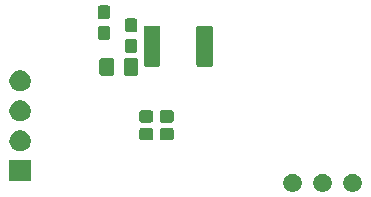
<source format=gbr>
G04 #@! TF.GenerationSoftware,KiCad,Pcbnew,5.1.5+dfsg1-2build2*
G04 #@! TF.CreationDate,2021-10-19T23:33:07+01:00*
G04 #@! TF.ProjectId,radiation_sensor,72616469-6174-4696-9f6e-5f73656e736f,rev?*
G04 #@! TF.SameCoordinates,Original*
G04 #@! TF.FileFunction,Soldermask,Bot*
G04 #@! TF.FilePolarity,Negative*
%FSLAX46Y46*%
G04 Gerber Fmt 4.6, Leading zero omitted, Abs format (unit mm)*
G04 Created by KiCad (PCBNEW 5.1.5+dfsg1-2build2) date 2021-10-19 23:33:07*
%MOMM*%
%LPD*%
G04 APERTURE LIST*
%ADD10C,0.100000*%
G04 APERTURE END LIST*
D10*
G36*
X151175589Y-72988876D02*
G01*
X151274893Y-73008629D01*
X151415206Y-73066748D01*
X151541484Y-73151125D01*
X151648875Y-73258516D01*
X151733252Y-73384794D01*
X151791371Y-73525107D01*
X151821000Y-73674063D01*
X151821000Y-73825937D01*
X151791371Y-73974893D01*
X151733252Y-74115206D01*
X151648875Y-74241484D01*
X151541484Y-74348875D01*
X151415206Y-74433252D01*
X151274893Y-74491371D01*
X151175589Y-74511124D01*
X151125938Y-74521000D01*
X150974062Y-74521000D01*
X150924411Y-74511124D01*
X150825107Y-74491371D01*
X150684794Y-74433252D01*
X150558516Y-74348875D01*
X150451125Y-74241484D01*
X150366748Y-74115206D01*
X150308629Y-73974893D01*
X150279000Y-73825937D01*
X150279000Y-73674063D01*
X150308629Y-73525107D01*
X150366748Y-73384794D01*
X150451125Y-73258516D01*
X150558516Y-73151125D01*
X150684794Y-73066748D01*
X150825107Y-73008629D01*
X150924411Y-72988876D01*
X150974062Y-72979000D01*
X151125938Y-72979000D01*
X151175589Y-72988876D01*
G37*
G36*
X146095589Y-72988876D02*
G01*
X146194893Y-73008629D01*
X146335206Y-73066748D01*
X146461484Y-73151125D01*
X146568875Y-73258516D01*
X146653252Y-73384794D01*
X146711371Y-73525107D01*
X146741000Y-73674063D01*
X146741000Y-73825937D01*
X146711371Y-73974893D01*
X146653252Y-74115206D01*
X146568875Y-74241484D01*
X146461484Y-74348875D01*
X146335206Y-74433252D01*
X146194893Y-74491371D01*
X146095589Y-74511124D01*
X146045938Y-74521000D01*
X145894062Y-74521000D01*
X145844411Y-74511124D01*
X145745107Y-74491371D01*
X145604794Y-74433252D01*
X145478516Y-74348875D01*
X145371125Y-74241484D01*
X145286748Y-74115206D01*
X145228629Y-73974893D01*
X145199000Y-73825937D01*
X145199000Y-73674063D01*
X145228629Y-73525107D01*
X145286748Y-73384794D01*
X145371125Y-73258516D01*
X145478516Y-73151125D01*
X145604794Y-73066748D01*
X145745107Y-73008629D01*
X145844411Y-72988876D01*
X145894062Y-72979000D01*
X146045938Y-72979000D01*
X146095589Y-72988876D01*
G37*
G36*
X148635589Y-72988876D02*
G01*
X148734893Y-73008629D01*
X148875206Y-73066748D01*
X149001484Y-73151125D01*
X149108875Y-73258516D01*
X149193252Y-73384794D01*
X149251371Y-73525107D01*
X149281000Y-73674063D01*
X149281000Y-73825937D01*
X149251371Y-73974893D01*
X149193252Y-74115206D01*
X149108875Y-74241484D01*
X149001484Y-74348875D01*
X148875206Y-74433252D01*
X148734893Y-74491371D01*
X148635589Y-74511124D01*
X148585938Y-74521000D01*
X148434062Y-74521000D01*
X148384411Y-74511124D01*
X148285107Y-74491371D01*
X148144794Y-74433252D01*
X148018516Y-74348875D01*
X147911125Y-74241484D01*
X147826748Y-74115206D01*
X147768629Y-73974893D01*
X147739000Y-73825937D01*
X147739000Y-73674063D01*
X147768629Y-73525107D01*
X147826748Y-73384794D01*
X147911125Y-73258516D01*
X148018516Y-73151125D01*
X148144794Y-73066748D01*
X148285107Y-73008629D01*
X148384411Y-72988876D01*
X148434062Y-72979000D01*
X148585938Y-72979000D01*
X148635589Y-72988876D01*
G37*
G36*
X123801000Y-73651000D02*
G01*
X121999000Y-73651000D01*
X121999000Y-71849000D01*
X123801000Y-71849000D01*
X123801000Y-73651000D01*
G37*
G36*
X123013512Y-69313927D02*
G01*
X123162812Y-69343624D01*
X123326784Y-69411544D01*
X123474354Y-69510147D01*
X123599853Y-69635646D01*
X123698456Y-69783216D01*
X123766376Y-69947188D01*
X123787223Y-70051995D01*
X123800123Y-70116847D01*
X123801000Y-70121259D01*
X123801000Y-70298741D01*
X123766376Y-70472812D01*
X123698456Y-70636784D01*
X123599853Y-70784354D01*
X123474354Y-70909853D01*
X123326784Y-71008456D01*
X123162812Y-71076376D01*
X123013512Y-71106073D01*
X122988742Y-71111000D01*
X122811258Y-71111000D01*
X122786488Y-71106073D01*
X122637188Y-71076376D01*
X122473216Y-71008456D01*
X122325646Y-70909853D01*
X122200147Y-70784354D01*
X122101544Y-70636784D01*
X122033624Y-70472812D01*
X121999000Y-70298741D01*
X121999000Y-70121259D01*
X121999878Y-70116847D01*
X122012777Y-70051995D01*
X122033624Y-69947188D01*
X122101544Y-69783216D01*
X122200147Y-69635646D01*
X122325646Y-69510147D01*
X122473216Y-69411544D01*
X122637188Y-69343624D01*
X122786488Y-69313927D01*
X122811258Y-69309000D01*
X122988742Y-69309000D01*
X123013512Y-69313927D01*
G37*
G36*
X135739499Y-69128445D02*
G01*
X135776995Y-69139820D01*
X135811554Y-69158292D01*
X135841847Y-69183153D01*
X135866708Y-69213446D01*
X135885180Y-69248005D01*
X135896555Y-69285501D01*
X135901000Y-69330638D01*
X135901000Y-69969362D01*
X135896555Y-70014499D01*
X135885180Y-70051995D01*
X135866708Y-70086554D01*
X135841847Y-70116847D01*
X135811554Y-70141708D01*
X135776995Y-70160180D01*
X135739499Y-70171555D01*
X135694362Y-70176000D01*
X134955638Y-70176000D01*
X134910501Y-70171555D01*
X134873005Y-70160180D01*
X134838446Y-70141708D01*
X134808153Y-70116847D01*
X134783292Y-70086554D01*
X134764820Y-70051995D01*
X134753445Y-70014499D01*
X134749000Y-69969362D01*
X134749000Y-69330638D01*
X134753445Y-69285501D01*
X134764820Y-69248005D01*
X134783292Y-69213446D01*
X134808153Y-69183153D01*
X134838446Y-69158292D01*
X134873005Y-69139820D01*
X134910501Y-69128445D01*
X134955638Y-69124000D01*
X135694362Y-69124000D01*
X135739499Y-69128445D01*
G37*
G36*
X133989499Y-69128445D02*
G01*
X134026995Y-69139820D01*
X134061554Y-69158292D01*
X134091847Y-69183153D01*
X134116708Y-69213446D01*
X134135180Y-69248005D01*
X134146555Y-69285501D01*
X134151000Y-69330638D01*
X134151000Y-69969362D01*
X134146555Y-70014499D01*
X134135180Y-70051995D01*
X134116708Y-70086554D01*
X134091847Y-70116847D01*
X134061554Y-70141708D01*
X134026995Y-70160180D01*
X133989499Y-70171555D01*
X133944362Y-70176000D01*
X133205638Y-70176000D01*
X133160501Y-70171555D01*
X133123005Y-70160180D01*
X133088446Y-70141708D01*
X133058153Y-70116847D01*
X133033292Y-70086554D01*
X133014820Y-70051995D01*
X133003445Y-70014499D01*
X132999000Y-69969362D01*
X132999000Y-69330638D01*
X133003445Y-69285501D01*
X133014820Y-69248005D01*
X133033292Y-69213446D01*
X133058153Y-69183153D01*
X133088446Y-69158292D01*
X133123005Y-69139820D01*
X133160501Y-69128445D01*
X133205638Y-69124000D01*
X133944362Y-69124000D01*
X133989499Y-69128445D01*
G37*
G36*
X135739499Y-67628445D02*
G01*
X135776995Y-67639820D01*
X135811554Y-67658292D01*
X135841847Y-67683153D01*
X135866708Y-67713446D01*
X135885180Y-67748005D01*
X135896555Y-67785501D01*
X135901000Y-67830638D01*
X135901000Y-68469362D01*
X135896555Y-68514499D01*
X135885180Y-68551995D01*
X135866708Y-68586554D01*
X135841847Y-68616847D01*
X135811554Y-68641708D01*
X135776995Y-68660180D01*
X135739499Y-68671555D01*
X135694362Y-68676000D01*
X134955638Y-68676000D01*
X134910501Y-68671555D01*
X134873005Y-68660180D01*
X134838446Y-68641708D01*
X134808153Y-68616847D01*
X134783292Y-68586554D01*
X134764820Y-68551995D01*
X134753445Y-68514499D01*
X134749000Y-68469362D01*
X134749000Y-67830638D01*
X134753445Y-67785501D01*
X134764820Y-67748005D01*
X134783292Y-67713446D01*
X134808153Y-67683153D01*
X134838446Y-67658292D01*
X134873005Y-67639820D01*
X134910501Y-67628445D01*
X134955638Y-67624000D01*
X135694362Y-67624000D01*
X135739499Y-67628445D01*
G37*
G36*
X133989499Y-67628445D02*
G01*
X134026995Y-67639820D01*
X134061554Y-67658292D01*
X134091847Y-67683153D01*
X134116708Y-67713446D01*
X134135180Y-67748005D01*
X134146555Y-67785501D01*
X134151000Y-67830638D01*
X134151000Y-68469362D01*
X134146555Y-68514499D01*
X134135180Y-68551995D01*
X134116708Y-68586554D01*
X134091847Y-68616847D01*
X134061554Y-68641708D01*
X134026995Y-68660180D01*
X133989499Y-68671555D01*
X133944362Y-68676000D01*
X133205638Y-68676000D01*
X133160501Y-68671555D01*
X133123005Y-68660180D01*
X133088446Y-68641708D01*
X133058153Y-68616847D01*
X133033292Y-68586554D01*
X133014820Y-68551995D01*
X133003445Y-68514499D01*
X132999000Y-68469362D01*
X132999000Y-67830638D01*
X133003445Y-67785501D01*
X133014820Y-67748005D01*
X133033292Y-67713446D01*
X133058153Y-67683153D01*
X133088446Y-67658292D01*
X133123005Y-67639820D01*
X133160501Y-67628445D01*
X133205638Y-67624000D01*
X133944362Y-67624000D01*
X133989499Y-67628445D01*
G37*
G36*
X123013512Y-66773927D02*
G01*
X123162812Y-66803624D01*
X123326784Y-66871544D01*
X123474354Y-66970147D01*
X123599853Y-67095646D01*
X123698456Y-67243216D01*
X123766376Y-67407188D01*
X123801000Y-67581259D01*
X123801000Y-67758741D01*
X123766376Y-67932812D01*
X123698456Y-68096784D01*
X123599853Y-68244354D01*
X123474354Y-68369853D01*
X123326784Y-68468456D01*
X123162812Y-68536376D01*
X123013512Y-68566073D01*
X122988742Y-68571000D01*
X122811258Y-68571000D01*
X122786488Y-68566073D01*
X122637188Y-68536376D01*
X122473216Y-68468456D01*
X122325646Y-68369853D01*
X122200147Y-68244354D01*
X122101544Y-68096784D01*
X122033624Y-67932812D01*
X121999000Y-67758741D01*
X121999000Y-67581259D01*
X122033624Y-67407188D01*
X122101544Y-67243216D01*
X122200147Y-67095646D01*
X122325646Y-66970147D01*
X122473216Y-66871544D01*
X122637188Y-66803624D01*
X122786488Y-66773927D01*
X122811258Y-66769000D01*
X122988742Y-66769000D01*
X123013512Y-66773927D01*
G37*
G36*
X123013512Y-64233927D02*
G01*
X123162812Y-64263624D01*
X123326784Y-64331544D01*
X123474354Y-64430147D01*
X123599853Y-64555646D01*
X123698456Y-64703216D01*
X123766376Y-64867188D01*
X123801000Y-65041259D01*
X123801000Y-65218741D01*
X123766376Y-65392812D01*
X123698456Y-65556784D01*
X123599853Y-65704354D01*
X123474354Y-65829853D01*
X123326784Y-65928456D01*
X123162812Y-65996376D01*
X123013512Y-66026073D01*
X122988742Y-66031000D01*
X122811258Y-66031000D01*
X122786488Y-66026073D01*
X122637188Y-65996376D01*
X122473216Y-65928456D01*
X122325646Y-65829853D01*
X122200147Y-65704354D01*
X122101544Y-65556784D01*
X122033624Y-65392812D01*
X121999000Y-65218741D01*
X121999000Y-65041259D01*
X122033624Y-64867188D01*
X122101544Y-64703216D01*
X122200147Y-64555646D01*
X122325646Y-64430147D01*
X122473216Y-64331544D01*
X122637188Y-64263624D01*
X122786488Y-64233927D01*
X122811258Y-64229000D01*
X122988742Y-64229000D01*
X123013512Y-64233927D01*
G37*
G36*
X132763674Y-63203465D02*
G01*
X132801367Y-63214899D01*
X132836103Y-63233466D01*
X132866548Y-63258452D01*
X132891534Y-63288897D01*
X132910101Y-63323633D01*
X132921535Y-63361326D01*
X132926000Y-63406661D01*
X132926000Y-64493339D01*
X132921535Y-64538674D01*
X132910101Y-64576367D01*
X132891534Y-64611103D01*
X132866548Y-64641548D01*
X132836103Y-64666534D01*
X132801367Y-64685101D01*
X132763674Y-64696535D01*
X132718339Y-64701000D01*
X131881661Y-64701000D01*
X131836326Y-64696535D01*
X131798633Y-64685101D01*
X131763897Y-64666534D01*
X131733452Y-64641548D01*
X131708466Y-64611103D01*
X131689899Y-64576367D01*
X131678465Y-64538674D01*
X131674000Y-64493339D01*
X131674000Y-63406661D01*
X131678465Y-63361326D01*
X131689899Y-63323633D01*
X131708466Y-63288897D01*
X131733452Y-63258452D01*
X131763897Y-63233466D01*
X131798633Y-63214899D01*
X131836326Y-63203465D01*
X131881661Y-63199000D01*
X132718339Y-63199000D01*
X132763674Y-63203465D01*
G37*
G36*
X130713674Y-63203465D02*
G01*
X130751367Y-63214899D01*
X130786103Y-63233466D01*
X130816548Y-63258452D01*
X130841534Y-63288897D01*
X130860101Y-63323633D01*
X130871535Y-63361326D01*
X130876000Y-63406661D01*
X130876000Y-64493339D01*
X130871535Y-64538674D01*
X130860101Y-64576367D01*
X130841534Y-64611103D01*
X130816548Y-64641548D01*
X130786103Y-64666534D01*
X130751367Y-64685101D01*
X130713674Y-64696535D01*
X130668339Y-64701000D01*
X129831661Y-64701000D01*
X129786326Y-64696535D01*
X129748633Y-64685101D01*
X129713897Y-64666534D01*
X129683452Y-64641548D01*
X129658466Y-64611103D01*
X129639899Y-64576367D01*
X129628465Y-64538674D01*
X129624000Y-64493339D01*
X129624000Y-63406661D01*
X129628465Y-63361326D01*
X129639899Y-63323633D01*
X129658466Y-63288897D01*
X129683452Y-63258452D01*
X129713897Y-63233466D01*
X129748633Y-63214899D01*
X129786326Y-63203465D01*
X129831661Y-63199000D01*
X130668339Y-63199000D01*
X130713674Y-63203465D01*
G37*
G36*
X139070781Y-60453295D02*
G01*
X139106816Y-60464227D01*
X139140024Y-60481977D01*
X139169134Y-60505866D01*
X139193023Y-60534976D01*
X139210773Y-60568184D01*
X139221705Y-60604219D01*
X139226000Y-60647831D01*
X139226000Y-63752169D01*
X139221705Y-63795781D01*
X139210773Y-63831816D01*
X139193023Y-63865024D01*
X139169134Y-63894134D01*
X139140024Y-63918023D01*
X139106816Y-63935773D01*
X139070781Y-63946705D01*
X139027169Y-63951000D01*
X138022831Y-63951000D01*
X137979219Y-63946705D01*
X137943184Y-63935773D01*
X137909976Y-63918023D01*
X137880866Y-63894134D01*
X137856977Y-63865024D01*
X137839227Y-63831816D01*
X137828295Y-63795781D01*
X137824000Y-63752169D01*
X137824000Y-60647831D01*
X137828295Y-60604219D01*
X137839227Y-60568184D01*
X137856977Y-60534976D01*
X137880866Y-60505866D01*
X137909976Y-60481977D01*
X137943184Y-60464227D01*
X137979219Y-60453295D01*
X138022831Y-60449000D01*
X139027169Y-60449000D01*
X139070781Y-60453295D01*
G37*
G36*
X134620781Y-60453295D02*
G01*
X134656816Y-60464227D01*
X134690024Y-60481977D01*
X134719134Y-60505866D01*
X134743023Y-60534976D01*
X134760773Y-60568184D01*
X134771705Y-60604219D01*
X134776000Y-60647831D01*
X134776000Y-63752169D01*
X134771705Y-63795781D01*
X134760773Y-63831816D01*
X134743023Y-63865024D01*
X134719134Y-63894134D01*
X134690024Y-63918023D01*
X134656816Y-63935773D01*
X134620781Y-63946705D01*
X134577169Y-63951000D01*
X133572831Y-63951000D01*
X133529219Y-63946705D01*
X133493184Y-63935773D01*
X133459976Y-63918023D01*
X133430866Y-63894134D01*
X133406977Y-63865024D01*
X133389227Y-63831816D01*
X133378295Y-63795781D01*
X133374000Y-63752169D01*
X133374000Y-60647831D01*
X133378295Y-60604219D01*
X133389227Y-60568184D01*
X133406977Y-60534976D01*
X133430866Y-60505866D01*
X133459976Y-60481977D01*
X133493184Y-60464227D01*
X133529219Y-60453295D01*
X133572831Y-60449000D01*
X134577169Y-60449000D01*
X134620781Y-60453295D01*
G37*
G36*
X132664499Y-61603445D02*
G01*
X132701995Y-61614820D01*
X132736554Y-61633292D01*
X132766847Y-61658153D01*
X132791708Y-61688446D01*
X132810180Y-61723005D01*
X132821555Y-61760501D01*
X132826000Y-61805638D01*
X132826000Y-62544362D01*
X132821555Y-62589499D01*
X132810180Y-62626995D01*
X132791708Y-62661554D01*
X132766847Y-62691847D01*
X132736554Y-62716708D01*
X132701995Y-62735180D01*
X132664499Y-62746555D01*
X132619362Y-62751000D01*
X131980638Y-62751000D01*
X131935501Y-62746555D01*
X131898005Y-62735180D01*
X131863446Y-62716708D01*
X131833153Y-62691847D01*
X131808292Y-62661554D01*
X131789820Y-62626995D01*
X131778445Y-62589499D01*
X131774000Y-62544362D01*
X131774000Y-61805638D01*
X131778445Y-61760501D01*
X131789820Y-61723005D01*
X131808292Y-61688446D01*
X131833153Y-61658153D01*
X131863446Y-61633292D01*
X131898005Y-61614820D01*
X131935501Y-61603445D01*
X131980638Y-61599000D01*
X132619362Y-61599000D01*
X132664499Y-61603445D01*
G37*
G36*
X130364499Y-60503445D02*
G01*
X130401995Y-60514820D01*
X130436554Y-60533292D01*
X130466847Y-60558153D01*
X130491708Y-60588446D01*
X130510180Y-60623005D01*
X130521555Y-60660501D01*
X130526000Y-60705638D01*
X130526000Y-61444362D01*
X130521555Y-61489499D01*
X130510180Y-61526995D01*
X130491708Y-61561554D01*
X130466847Y-61591847D01*
X130436554Y-61616708D01*
X130401995Y-61635180D01*
X130364499Y-61646555D01*
X130319362Y-61651000D01*
X129680638Y-61651000D01*
X129635501Y-61646555D01*
X129598005Y-61635180D01*
X129563446Y-61616708D01*
X129533153Y-61591847D01*
X129508292Y-61561554D01*
X129489820Y-61526995D01*
X129478445Y-61489499D01*
X129474000Y-61444362D01*
X129474000Y-60705638D01*
X129478445Y-60660501D01*
X129489820Y-60623005D01*
X129508292Y-60588446D01*
X129533153Y-60558153D01*
X129563446Y-60533292D01*
X129598005Y-60514820D01*
X129635501Y-60503445D01*
X129680638Y-60499000D01*
X130319362Y-60499000D01*
X130364499Y-60503445D01*
G37*
G36*
X132664499Y-59853445D02*
G01*
X132701995Y-59864820D01*
X132736554Y-59883292D01*
X132766847Y-59908153D01*
X132791708Y-59938446D01*
X132810180Y-59973005D01*
X132821555Y-60010501D01*
X132826000Y-60055638D01*
X132826000Y-60794362D01*
X132821555Y-60839499D01*
X132810180Y-60876995D01*
X132791708Y-60911554D01*
X132766847Y-60941847D01*
X132736554Y-60966708D01*
X132701995Y-60985180D01*
X132664499Y-60996555D01*
X132619362Y-61001000D01*
X131980638Y-61001000D01*
X131935501Y-60996555D01*
X131898005Y-60985180D01*
X131863446Y-60966708D01*
X131833153Y-60941847D01*
X131808292Y-60911554D01*
X131789820Y-60876995D01*
X131778445Y-60839499D01*
X131774000Y-60794362D01*
X131774000Y-60055638D01*
X131778445Y-60010501D01*
X131789820Y-59973005D01*
X131808292Y-59938446D01*
X131833153Y-59908153D01*
X131863446Y-59883292D01*
X131898005Y-59864820D01*
X131935501Y-59853445D01*
X131980638Y-59849000D01*
X132619362Y-59849000D01*
X132664499Y-59853445D01*
G37*
G36*
X130364499Y-58753445D02*
G01*
X130401995Y-58764820D01*
X130436554Y-58783292D01*
X130466847Y-58808153D01*
X130491708Y-58838446D01*
X130510180Y-58873005D01*
X130521555Y-58910501D01*
X130526000Y-58955638D01*
X130526000Y-59694362D01*
X130521555Y-59739499D01*
X130510180Y-59776995D01*
X130491708Y-59811554D01*
X130466847Y-59841847D01*
X130436554Y-59866708D01*
X130401995Y-59885180D01*
X130364499Y-59896555D01*
X130319362Y-59901000D01*
X129680638Y-59901000D01*
X129635501Y-59896555D01*
X129598005Y-59885180D01*
X129563446Y-59866708D01*
X129533153Y-59841847D01*
X129508292Y-59811554D01*
X129489820Y-59776995D01*
X129478445Y-59739499D01*
X129474000Y-59694362D01*
X129474000Y-58955638D01*
X129478445Y-58910501D01*
X129489820Y-58873005D01*
X129508292Y-58838446D01*
X129533153Y-58808153D01*
X129563446Y-58783292D01*
X129598005Y-58764820D01*
X129635501Y-58753445D01*
X129680638Y-58749000D01*
X130319362Y-58749000D01*
X130364499Y-58753445D01*
G37*
M02*

</source>
